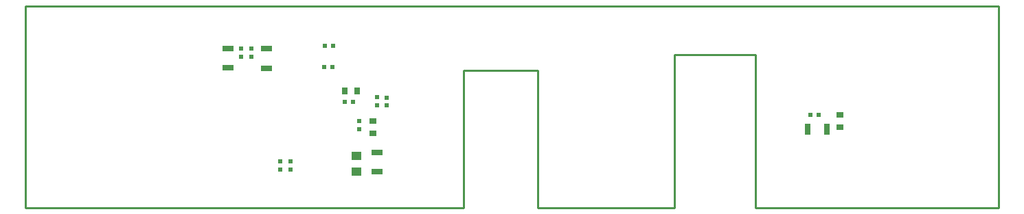
<source format=gbp>
%FSLAX25Y25*%
%MOIN*%
G70*
G01*
G75*
G04 Layer_Color=128*
%ADD10R,0.03150X0.05906*%
%ADD11R,0.07087X0.07874*%
%ADD12R,0.07087X0.03937*%
%ADD13R,0.02362X0.02362*%
%ADD14R,0.01654X0.05315*%
%ADD15R,0.05512X0.07480*%
%ADD16R,0.01200X0.01800*%
%ADD17R,0.02756X0.03347*%
%ADD18R,0.10236X0.10236*%
%ADD19R,0.01200X0.03400*%
%ADD20R,0.03400X0.01200*%
%ADD21O,0.02362X0.08661*%
%ADD22C,0.08000*%
%ADD23C,0.01500*%
%ADD24C,0.02000*%
%ADD25C,0.01000*%
%ADD26C,0.01200*%
%ADD27C,0.00800*%
%ADD28C,0.04000*%
%ADD29C,0.05000*%
%ADD30R,0.07218X0.03143*%
%ADD31R,0.03500X0.16700*%
%ADD32R,0.14100X0.03143*%
%ADD33R,0.13100X0.05000*%
%ADD34R,0.03800X0.29600*%
%ADD35R,0.05600X0.30100*%
%ADD36R,0.26100X0.04400*%
%ADD37R,0.18600X0.15300*%
%ADD38C,0.19685*%
%ADD39C,0.08661*%
%ADD40C,0.03228*%
%ADD41C,0.03000*%
%ADD42C,0.02000*%
%ADD43C,0.04000*%
%ADD44R,0.05315X0.02559*%
%ADD45R,0.02362X0.02362*%
%ADD46R,0.03347X0.02756*%
%ADD47R,0.05118X0.03937*%
%ADD48R,0.02559X0.05315*%
%ADD49C,0.03000*%
%ADD50R,0.12464X0.03143*%
%ADD51R,0.13939X0.02900*%
%ADD52R,0.02800X0.15100*%
%ADD53C,0.00600*%
%ADD54C,0.02362*%
%ADD55C,0.00984*%
%ADD56C,0.01969*%
%ADD57C,0.00500*%
%ADD58C,0.00787*%
%ADD59R,0.03950X0.06706*%
%ADD60R,0.07887X0.08674*%
%ADD61R,0.07887X0.04737*%
%ADD62R,0.03162X0.03162*%
%ADD63R,0.02454X0.06115*%
%ADD64R,0.06312X0.08280*%
%ADD65R,0.02000X0.02600*%
%ADD66R,0.03556X0.04147*%
%ADD67R,0.11236X0.11236*%
%ADD68R,0.02200X0.04400*%
%ADD69R,0.04400X0.02200*%
%ADD70O,0.03162X0.09461*%
%ADD71C,0.20485*%
%ADD72C,0.09461*%
%ADD73C,0.04028*%
%ADD74C,0.03800*%
%ADD75R,0.06115X0.03359*%
%ADD76R,0.03162X0.03162*%
%ADD77R,0.04147X0.03556*%
%ADD78R,0.05918X0.04737*%
%ADD79R,0.03359X0.06115*%
D13*
X104700Y-24673D02*
D03*
Y-20736D02*
D03*
X109700Y-24673D02*
D03*
Y-20736D02*
D03*
X170600Y-48437D02*
D03*
Y-44500D02*
D03*
X175400Y-48537D02*
D03*
Y-44600D02*
D03*
X162100Y-60137D02*
D03*
Y-56200D02*
D03*
X123500Y-79837D02*
D03*
Y-75900D02*
D03*
X128800Y-79837D02*
D03*
Y-75900D02*
D03*
D17*
X155095Y-41400D02*
D03*
X161000D02*
D03*
D25*
X354331Y-98425D02*
X472441D01*
X248700D02*
X314900D01*
X0D02*
Y0D01*
X472441D01*
X0Y-98425D02*
X212598D01*
X472441D02*
Y0D01*
X212598Y-98425D02*
Y-31496D01*
X212500D02*
X248700D01*
Y-98425D02*
Y-31496D01*
X354331Y-98425D02*
Y-23622D01*
X314900D02*
X354331D01*
X314900Y-98425D02*
Y-23622D01*
D44*
X117000Y-30300D02*
D03*
Y-20851D02*
D03*
X98300Y-30100D02*
D03*
Y-20651D02*
D03*
X170800Y-80849D02*
D03*
Y-71400D02*
D03*
D45*
X145285Y-19304D02*
D03*
X149222D02*
D03*
X145116Y-29879D02*
D03*
X149054D02*
D03*
X155000Y-46700D02*
D03*
X158937D02*
D03*
X381063Y-53000D02*
D03*
X385000D02*
D03*
D46*
X168700Y-56100D02*
D03*
Y-62006D02*
D03*
X395200Y-59000D02*
D03*
Y-53095D02*
D03*
D47*
X160500Y-73000D02*
D03*
Y-80874D02*
D03*
D48*
X389100Y-60200D02*
D03*
X379651D02*
D03*
M02*

</source>
